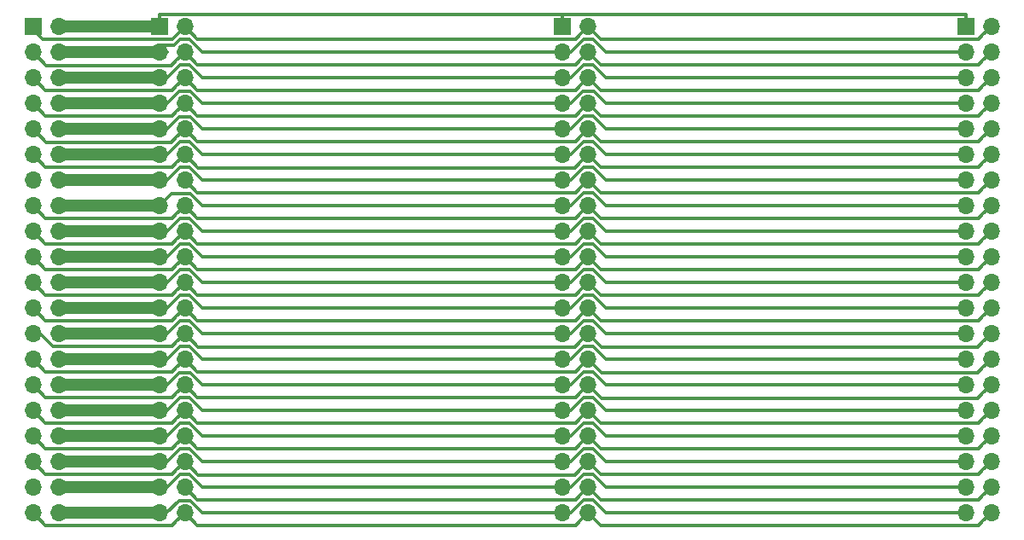
<source format=gbr>
G04 #@! TF.GenerationSoftware,KiCad,Pcbnew,5.1.5+dfsg1-2build2*
G04 #@! TF.CreationDate,2022-01-08T18:27:50+01:00*
G04 #@! TF.ProjectId,open_controler,6f70656e-5f63-46f6-9e74-726f6c65722e,rev?*
G04 #@! TF.SameCoordinates,Original*
G04 #@! TF.FileFunction,Copper,L2,Bot*
G04 #@! TF.FilePolarity,Positive*
%FSLAX46Y46*%
G04 Gerber Fmt 4.6, Leading zero omitted, Abs format (unit mm)*
G04 Created by KiCad (PCBNEW 5.1.5+dfsg1-2build2) date 2022-01-08 18:27:50*
%MOMM*%
%LPD*%
G04 APERTURE LIST*
%ADD10R,1.700000X1.700000*%
%ADD11O,1.700000X1.700000*%
%ADD12C,0.350000*%
%ADD13C,1.200000*%
%ADD14C,0.250000*%
G04 APERTURE END LIST*
D10*
X81762600Y-59131200D03*
D11*
X84302600Y-59131200D03*
X81762600Y-61671200D03*
X84302600Y-61671200D03*
X81762600Y-64211200D03*
X84302600Y-64211200D03*
X81762600Y-66751200D03*
X84302600Y-66751200D03*
X81762600Y-69291200D03*
X84302600Y-69291200D03*
X81762600Y-71831200D03*
X84302600Y-71831200D03*
X81762600Y-74371200D03*
X84302600Y-74371200D03*
X81762600Y-76911200D03*
X84302600Y-76911200D03*
X81762600Y-79451200D03*
X84302600Y-79451200D03*
X81762600Y-81991200D03*
X84302600Y-81991200D03*
X81762600Y-84531200D03*
X84302600Y-84531200D03*
X81762600Y-87071200D03*
X84302600Y-87071200D03*
X81762600Y-89611200D03*
X84302600Y-89611200D03*
X81762600Y-92151200D03*
X84302600Y-92151200D03*
X81762600Y-94691200D03*
X84302600Y-94691200D03*
X81762600Y-97231200D03*
X84302600Y-97231200D03*
X81762600Y-99771200D03*
X84302600Y-99771200D03*
X81762600Y-102311200D03*
X84302600Y-102311200D03*
X81762600Y-104851200D03*
X84302600Y-104851200D03*
X81762600Y-107391200D03*
X84302600Y-107391200D03*
X96824800Y-107391200D03*
X94284800Y-107391200D03*
X96824800Y-104851200D03*
X94284800Y-104851200D03*
X96824800Y-102311200D03*
X94284800Y-102311200D03*
X96824800Y-99771200D03*
X94284800Y-99771200D03*
X96824800Y-97231200D03*
X94284800Y-97231200D03*
X96824800Y-94691200D03*
X94284800Y-94691200D03*
X96824800Y-92151200D03*
X94284800Y-92151200D03*
X96824800Y-89611200D03*
X94284800Y-89611200D03*
X96824800Y-87071200D03*
X94284800Y-87071200D03*
X96824800Y-84531200D03*
X94284800Y-84531200D03*
X96824800Y-81991200D03*
X94284800Y-81991200D03*
X96824800Y-79451200D03*
X94284800Y-79451200D03*
X96824800Y-76911200D03*
X94284800Y-76911200D03*
X96824800Y-74371200D03*
X94284800Y-74371200D03*
X96824800Y-71831200D03*
X94284800Y-71831200D03*
X96824800Y-69291200D03*
X94284800Y-69291200D03*
X96824800Y-66751200D03*
X94284800Y-66751200D03*
X96824800Y-64211200D03*
X94284800Y-64211200D03*
X96824800Y-61671200D03*
X94284800Y-61671200D03*
X96824800Y-59131200D03*
D10*
X94284800Y-59131200D03*
D11*
X136855200Y-107391200D03*
X134315200Y-107391200D03*
X136855200Y-104851200D03*
X134315200Y-104851200D03*
X136855200Y-102311200D03*
X134315200Y-102311200D03*
X136855200Y-99771200D03*
X134315200Y-99771200D03*
X136855200Y-97231200D03*
X134315200Y-97231200D03*
X136855200Y-94691200D03*
X134315200Y-94691200D03*
X136855200Y-92151200D03*
X134315200Y-92151200D03*
X136855200Y-89611200D03*
X134315200Y-89611200D03*
X136855200Y-87071200D03*
X134315200Y-87071200D03*
X136855200Y-84531200D03*
X134315200Y-84531200D03*
X136855200Y-81991200D03*
X134315200Y-81991200D03*
X136855200Y-79451200D03*
X134315200Y-79451200D03*
X136855200Y-76911200D03*
X134315200Y-76911200D03*
X136855200Y-74371200D03*
X134315200Y-74371200D03*
X136855200Y-71831200D03*
X134315200Y-71831200D03*
X136855200Y-69291200D03*
X134315200Y-69291200D03*
X136855200Y-66751200D03*
X134315200Y-66751200D03*
X136855200Y-64211200D03*
X134315200Y-64211200D03*
X136855200Y-61671200D03*
X134315200Y-61671200D03*
X136855200Y-59131200D03*
D10*
X134315200Y-59131200D03*
X174294800Y-59131200D03*
D11*
X176834800Y-59131200D03*
X174294800Y-61671200D03*
X176834800Y-61671200D03*
X174294800Y-64211200D03*
X176834800Y-64211200D03*
X174294800Y-66751200D03*
X176834800Y-66751200D03*
X174294800Y-69291200D03*
X176834800Y-69291200D03*
X174294800Y-71831200D03*
X176834800Y-71831200D03*
X174294800Y-74371200D03*
X176834800Y-74371200D03*
X174294800Y-76911200D03*
X176834800Y-76911200D03*
X174294800Y-79451200D03*
X176834800Y-79451200D03*
X174294800Y-81991200D03*
X176834800Y-81991200D03*
X174294800Y-84531200D03*
X176834800Y-84531200D03*
X174294800Y-87071200D03*
X176834800Y-87071200D03*
X174294800Y-89611200D03*
X176834800Y-89611200D03*
X174294800Y-92151200D03*
X176834800Y-92151200D03*
X174294800Y-94691200D03*
X176834800Y-94691200D03*
X174294800Y-97231200D03*
X176834800Y-97231200D03*
X174294800Y-99771200D03*
X176834800Y-99771200D03*
X174294800Y-102311200D03*
X176834800Y-102311200D03*
X174294800Y-104851200D03*
X176834800Y-104851200D03*
X174294800Y-107391200D03*
X176834800Y-107391200D03*
D12*
X95974801Y-62521199D02*
X96824800Y-61671200D01*
X95509801Y-62986199D02*
X95974801Y-62521199D01*
X83077599Y-62986199D02*
X95509801Y-62986199D01*
X81762600Y-61671200D02*
X83077599Y-62986199D01*
X136005201Y-62521199D02*
X136855200Y-61671200D01*
X135630199Y-62896201D02*
X136005201Y-62521199D01*
X98049801Y-62896201D02*
X135630199Y-62896201D01*
X96824800Y-61671200D02*
X98049801Y-62896201D01*
X175609799Y-62896201D02*
X175984801Y-62521199D01*
X175984801Y-62521199D02*
X176834800Y-61671200D01*
X138080201Y-62896201D02*
X175609799Y-62896201D01*
X136855200Y-61671200D02*
X138080201Y-62896201D01*
X95974801Y-65061199D02*
X96824800Y-64211200D01*
X95599799Y-65436201D02*
X95974801Y-65061199D01*
X82987601Y-65436201D02*
X95599799Y-65436201D01*
X81762600Y-64211200D02*
X82987601Y-65436201D01*
X135630199Y-65436201D02*
X136005201Y-65061199D01*
X98049801Y-65436201D02*
X135630199Y-65436201D01*
X136005201Y-65061199D02*
X136855200Y-64211200D01*
X96824800Y-64211200D02*
X98049801Y-65436201D01*
X175984801Y-65061199D02*
X176834800Y-64211200D01*
X175609799Y-65436201D02*
X175984801Y-65061199D01*
X138080201Y-65436201D02*
X175609799Y-65436201D01*
X136855200Y-64211200D02*
X138080201Y-65436201D01*
X95599799Y-67976201D02*
X95974801Y-67601199D01*
X95974801Y-67601199D02*
X96824800Y-66751200D01*
X82987601Y-67976201D02*
X95599799Y-67976201D01*
X81762600Y-66751200D02*
X82987601Y-67976201D01*
X136005201Y-67601199D02*
X136855200Y-66751200D01*
X135630199Y-67976201D02*
X136005201Y-67601199D01*
X98049801Y-67976201D02*
X135630199Y-67976201D01*
X96824800Y-66751200D02*
X98049801Y-67976201D01*
X175984801Y-67601199D02*
X176834800Y-66751200D01*
X175609799Y-67976201D02*
X175984801Y-67601199D01*
X138080201Y-67976201D02*
X175609799Y-67976201D01*
X136855200Y-66751200D02*
X138080201Y-67976201D01*
D13*
X84302600Y-66751200D02*
X94284800Y-66751200D01*
D12*
X133113119Y-66751200D02*
X134315200Y-66751200D01*
X98586970Y-66751200D02*
X133113119Y-66751200D01*
X97361969Y-65526199D02*
X98586970Y-66751200D01*
X96287633Y-65526199D02*
X97361969Y-65526199D01*
X95062632Y-66751200D02*
X96287633Y-65526199D01*
X94284800Y-66751200D02*
X95062632Y-66751200D01*
X173092719Y-66751200D02*
X174294800Y-66751200D01*
X138617370Y-66751200D02*
X173092719Y-66751200D01*
X137392369Y-65526199D02*
X138617370Y-66751200D01*
X136318033Y-65526199D02*
X137392369Y-65526199D01*
X135093032Y-66751200D02*
X136318033Y-65526199D01*
X134315200Y-66751200D02*
X135093032Y-66751200D01*
D13*
X84302600Y-69291200D02*
X94284800Y-69291200D01*
D12*
X133113119Y-69291200D02*
X134315200Y-69291200D01*
X98586970Y-69291200D02*
X133113119Y-69291200D01*
X96287633Y-68066199D02*
X97361969Y-68066199D01*
X97361969Y-68066199D02*
X98586970Y-69291200D01*
X95062632Y-69291200D02*
X96287633Y-68066199D01*
X94284800Y-69291200D02*
X95062632Y-69291200D01*
X173092719Y-69291200D02*
X174294800Y-69291200D01*
X138617370Y-69291200D02*
X173092719Y-69291200D01*
X137302371Y-67976201D02*
X138617370Y-69291200D01*
X136408031Y-67976201D02*
X137302371Y-67976201D01*
X135093032Y-69291200D02*
X136408031Y-67976201D01*
X134315200Y-69291200D02*
X135093032Y-69291200D01*
X95974801Y-72681199D02*
X96824800Y-71831200D01*
X95599799Y-73056201D02*
X95974801Y-72681199D01*
X82987601Y-73056201D02*
X95599799Y-73056201D01*
X81762600Y-71831200D02*
X82987601Y-73056201D01*
X136005201Y-72681199D02*
X136855200Y-71831200D01*
X135540201Y-73146199D02*
X136005201Y-72681199D01*
X98139799Y-73146199D02*
X135540201Y-73146199D01*
X96824800Y-71831200D02*
X98139799Y-73146199D01*
X175984801Y-72681199D02*
X176834800Y-71831200D01*
X175609799Y-73056201D02*
X175984801Y-72681199D01*
X138080201Y-73056201D02*
X175609799Y-73056201D01*
X136855200Y-71831200D02*
X138080201Y-73056201D01*
D13*
X84302600Y-71831200D02*
X94284800Y-71831200D01*
D12*
X133113119Y-71831200D02*
X134315200Y-71831200D01*
X98586970Y-71831200D02*
X133113119Y-71831200D01*
X97271971Y-70516201D02*
X98586970Y-71831200D01*
X96377631Y-70516201D02*
X97271971Y-70516201D01*
X95062632Y-71831200D02*
X96377631Y-70516201D01*
X94284800Y-71831200D02*
X95062632Y-71831200D01*
X173092719Y-71831200D02*
X174294800Y-71831200D01*
X138617370Y-71831200D02*
X173092719Y-71831200D01*
X137302371Y-70516201D02*
X138617370Y-71831200D01*
X136408031Y-70516201D02*
X137302371Y-70516201D01*
X135093032Y-71831200D02*
X136408031Y-70516201D01*
X134315200Y-71831200D02*
X135093032Y-71831200D01*
X95974801Y-77761199D02*
X96824800Y-76911200D01*
X95599799Y-78136201D02*
X95974801Y-77761199D01*
X82987601Y-78136201D02*
X95599799Y-78136201D01*
X81762600Y-76911200D02*
X82987601Y-78136201D01*
X136005201Y-77761199D02*
X136855200Y-76911200D01*
X135630199Y-78136201D02*
X136005201Y-77761199D01*
X98049801Y-78136201D02*
X135630199Y-78136201D01*
X96824800Y-76911200D02*
X98049801Y-78136201D01*
X175984801Y-77761199D02*
X176834800Y-76911200D01*
X175609799Y-78136201D02*
X175984801Y-77761199D01*
X138080201Y-78136201D02*
X175609799Y-78136201D01*
X136855200Y-76911200D02*
X138080201Y-78136201D01*
D13*
X84302600Y-76911200D02*
X94284800Y-76911200D01*
D12*
X98577400Y-76911200D02*
X134315200Y-76911200D01*
X97361969Y-75695769D02*
X98577400Y-76911200D01*
X97361969Y-75686199D02*
X97361969Y-75695769D01*
X95509801Y-75686199D02*
X97361969Y-75686199D01*
X94284800Y-76911200D02*
X95509801Y-75686199D01*
X173092719Y-76911200D02*
X174294800Y-76911200D01*
X138617370Y-76911200D02*
X173092719Y-76911200D01*
X137302371Y-75596201D02*
X138617370Y-76911200D01*
X136408030Y-75596201D02*
X137302371Y-75596201D01*
X135093031Y-76911200D02*
X136408030Y-75596201D01*
X134315200Y-76911200D02*
X135093031Y-76911200D01*
D13*
X84302600Y-79451200D02*
X94284800Y-79451200D01*
D12*
X133113119Y-79451200D02*
X134315200Y-79451200D01*
X98586970Y-79451200D02*
X133113119Y-79451200D01*
X97271971Y-78136201D02*
X98586970Y-79451200D01*
X96377630Y-78136201D02*
X97271971Y-78136201D01*
X95062631Y-79451200D02*
X96377630Y-78136201D01*
X94284800Y-79451200D02*
X95062631Y-79451200D01*
X173092719Y-79451200D02*
X174294800Y-79451200D01*
X138617370Y-79451200D02*
X173092719Y-79451200D01*
X137302371Y-78136201D02*
X138617370Y-79451200D01*
X136408031Y-78136201D02*
X137302371Y-78136201D01*
X135093032Y-79451200D02*
X136408031Y-78136201D01*
X134315200Y-79451200D02*
X135093032Y-79451200D01*
X95974801Y-82841199D02*
X96824800Y-81991200D01*
X95599799Y-83216201D02*
X95974801Y-82841199D01*
X82987601Y-83216201D02*
X95599799Y-83216201D01*
X81762600Y-81991200D02*
X82987601Y-83216201D01*
X136005201Y-82841199D02*
X136855200Y-81991200D01*
X98049801Y-83216201D02*
X135630199Y-83216201D01*
X135630199Y-83216201D02*
X136005201Y-82841199D01*
X96824800Y-81991200D02*
X98049801Y-83216201D01*
X175984801Y-82841199D02*
X176834800Y-81991200D01*
X175609799Y-83216201D02*
X175984801Y-82841199D01*
X138080201Y-83216201D02*
X175609799Y-83216201D01*
X136855200Y-81991200D02*
X138080201Y-83216201D01*
X95974801Y-85381199D02*
X96824800Y-84531200D01*
X95599799Y-85756201D02*
X95974801Y-85381199D01*
X82987601Y-85756201D02*
X95599799Y-85756201D01*
X81762600Y-84531200D02*
X82987601Y-85756201D01*
X136005201Y-85381199D02*
X136855200Y-84531200D01*
X135630199Y-85756201D02*
X136005201Y-85381199D01*
X98049801Y-85756201D02*
X135630199Y-85756201D01*
X96824800Y-84531200D02*
X98049801Y-85756201D01*
X175984801Y-85381199D02*
X176834800Y-84531200D01*
X175609799Y-85756201D02*
X175984801Y-85381199D01*
X138080201Y-85756201D02*
X175609799Y-85756201D01*
X136855200Y-84531200D02*
X138080201Y-85756201D01*
D13*
X84302600Y-84531200D02*
X94284800Y-84531200D01*
D12*
X133113119Y-84531200D02*
X134315200Y-84531200D01*
X98586970Y-84531200D02*
X133113119Y-84531200D01*
X97271971Y-83216201D02*
X98586970Y-84531200D01*
X96377631Y-83216201D02*
X97271971Y-83216201D01*
X95062632Y-84531200D02*
X96377631Y-83216201D01*
X94284800Y-84531200D02*
X95062632Y-84531200D01*
X138617370Y-84531200D02*
X173092719Y-84531200D01*
X173092719Y-84531200D02*
X174294800Y-84531200D01*
X137302371Y-83216201D02*
X138617370Y-84531200D01*
X136408031Y-83216201D02*
X137302371Y-83216201D01*
X135093032Y-84531200D02*
X136408031Y-83216201D01*
X134315200Y-84531200D02*
X135093032Y-84531200D01*
X95974801Y-87921199D02*
X96824800Y-87071200D01*
X95599799Y-88296201D02*
X95974801Y-87921199D01*
X82987601Y-88296201D02*
X95599799Y-88296201D01*
X81762600Y-87071200D02*
X82987601Y-88296201D01*
X136005201Y-87921199D02*
X136855200Y-87071200D01*
X135630199Y-88296201D02*
X136005201Y-87921199D01*
X98049801Y-88296201D02*
X135630199Y-88296201D01*
X96824800Y-87071200D02*
X98049801Y-88296201D01*
X175984801Y-87921199D02*
X176834800Y-87071200D01*
X175609799Y-88296201D02*
X175984801Y-87921199D01*
X138080201Y-88296201D02*
X175609799Y-88296201D01*
X136855200Y-87071200D02*
X138080201Y-88296201D01*
D13*
X84302600Y-87071200D02*
X94284800Y-87071200D01*
D12*
X133113119Y-87071200D02*
X134315200Y-87071200D01*
X98586970Y-87071200D02*
X133113119Y-87071200D01*
X97271971Y-85756201D02*
X98586970Y-87071200D01*
X96377631Y-85756201D02*
X97271971Y-85756201D01*
X95062632Y-87071200D02*
X96377631Y-85756201D01*
X94284800Y-87071200D02*
X95062632Y-87071200D01*
X173092719Y-87071200D02*
X174294800Y-87071200D01*
X138617370Y-87071200D02*
X173092719Y-87071200D01*
X137302371Y-85756201D02*
X138617370Y-87071200D01*
X136408030Y-85756201D02*
X137302371Y-85756201D01*
X135093031Y-87071200D02*
X136408030Y-85756201D01*
X134315200Y-87071200D02*
X135093031Y-87071200D01*
D13*
X84302600Y-89611200D02*
X94284800Y-89611200D01*
D12*
X133113119Y-89611200D02*
X134315200Y-89611200D01*
X98586970Y-89611200D02*
X133113119Y-89611200D01*
X97271971Y-88296201D02*
X98586970Y-89611200D01*
X96377631Y-88296201D02*
X97271971Y-88296201D01*
X95062632Y-89611200D02*
X96377631Y-88296201D01*
X94284800Y-89611200D02*
X95062632Y-89611200D01*
X173092719Y-89611200D02*
X174294800Y-89611200D01*
X138617369Y-89611200D02*
X173092719Y-89611200D01*
X137302370Y-88296201D02*
X138617369Y-89611200D01*
X136408030Y-88296201D02*
X137302370Y-88296201D01*
X135093031Y-89611200D02*
X136408030Y-88296201D01*
X134315200Y-89611200D02*
X135093031Y-89611200D01*
X95974801Y-93001199D02*
X96824800Y-92151200D01*
X95599799Y-93376201D02*
X95974801Y-93001199D01*
X82987601Y-93376201D02*
X95599799Y-93376201D01*
X81762600Y-92151200D02*
X82987601Y-93376201D01*
X136005201Y-93001199D02*
X136855200Y-92151200D01*
X98049801Y-93376201D02*
X135630199Y-93376201D01*
X135630199Y-93376201D02*
X136005201Y-93001199D01*
X96824800Y-92151200D02*
X98049801Y-93376201D01*
X175984801Y-93001199D02*
X176834800Y-92151200D01*
X138170199Y-93466199D02*
X175519801Y-93466199D01*
X175519801Y-93466199D02*
X175984801Y-93001199D01*
X136855200Y-92151200D02*
X138170199Y-93466199D01*
D13*
X84302600Y-92151200D02*
X94284800Y-92151200D01*
D12*
X133113119Y-92151200D02*
X134315200Y-92151200D01*
X97271971Y-90836201D02*
X98586970Y-92151200D01*
X96377629Y-90836201D02*
X97271971Y-90836201D01*
X98586970Y-92151200D02*
X133113119Y-92151200D01*
X95062630Y-92151200D02*
X96377629Y-90836201D01*
X94284800Y-92151200D02*
X95062630Y-92151200D01*
X173092719Y-92151200D02*
X174294800Y-92151200D01*
X138617370Y-92151200D02*
X173092719Y-92151200D01*
X137302371Y-90836201D02*
X138617370Y-92151200D01*
X136408031Y-90836201D02*
X137302371Y-90836201D01*
X135093032Y-92151200D02*
X136408031Y-90836201D01*
X134315200Y-92151200D02*
X135093032Y-92151200D01*
X95974801Y-95541199D02*
X96824800Y-94691200D01*
X95599799Y-95916201D02*
X95974801Y-95541199D01*
X82987601Y-95916201D02*
X95599799Y-95916201D01*
X81762600Y-94691200D02*
X82987601Y-95916201D01*
X136005201Y-95541199D02*
X136855200Y-94691200D01*
X135630199Y-95916201D02*
X136005201Y-95541199D01*
X98049801Y-95916201D02*
X135630199Y-95916201D01*
X96824800Y-94691200D02*
X98049801Y-95916201D01*
X175984801Y-95541199D02*
X176834800Y-94691200D01*
X175519801Y-96006199D02*
X175984801Y-95541199D01*
X138170199Y-96006199D02*
X175519801Y-96006199D01*
X136855200Y-94691200D02*
X138170199Y-96006199D01*
X95599799Y-98456201D02*
X95974801Y-98081199D01*
X95974801Y-98081199D02*
X96824800Y-97231200D01*
X82987601Y-98456201D02*
X95599799Y-98456201D01*
X81762600Y-97231200D02*
X82987601Y-98456201D01*
X136005201Y-98081199D02*
X136855200Y-97231200D01*
X135630199Y-98456201D02*
X136005201Y-98081199D01*
X98049801Y-98456201D02*
X135630199Y-98456201D01*
X96824800Y-97231200D02*
X98049801Y-98456201D01*
X175984801Y-98081199D02*
X176834800Y-97231200D01*
X175609799Y-98456201D02*
X175984801Y-98081199D01*
X138080201Y-98456201D02*
X175609799Y-98456201D01*
X136855200Y-97231200D02*
X138080201Y-98456201D01*
D13*
X84302600Y-97231200D02*
X94284800Y-97231200D01*
D12*
X133113119Y-97231200D02*
X134315200Y-97231200D01*
X98586970Y-97231200D02*
X133113119Y-97231200D01*
X97271971Y-95916201D02*
X98586970Y-97231200D01*
X95062632Y-97231200D02*
X96377631Y-95916201D01*
X96377631Y-95916201D02*
X97271971Y-95916201D01*
X94284800Y-97231200D02*
X95062632Y-97231200D01*
X173092719Y-97231200D02*
X174294800Y-97231200D01*
X138617370Y-97231200D02*
X173092719Y-97231200D01*
X137302371Y-95916201D02*
X138617370Y-97231200D01*
X136408031Y-95916201D02*
X137302371Y-95916201D01*
X135093032Y-97231200D02*
X136408031Y-95916201D01*
X134315200Y-97231200D02*
X135093032Y-97231200D01*
X95974801Y-100621199D02*
X96824800Y-99771200D01*
X95599799Y-100996201D02*
X95974801Y-100621199D01*
X82987601Y-100996201D02*
X95599799Y-100996201D01*
X81762600Y-99771200D02*
X82987601Y-100996201D01*
X136005201Y-100621199D02*
X136855200Y-99771200D01*
X135630199Y-100996201D02*
X136005201Y-100621199D01*
X98049801Y-100996201D02*
X135630199Y-100996201D01*
X96824800Y-99771200D02*
X98049801Y-100996201D01*
X175984801Y-100621199D02*
X176834800Y-99771200D01*
X175609799Y-100996201D02*
X175984801Y-100621199D01*
X138080201Y-100996201D02*
X175609799Y-100996201D01*
X136855200Y-99771200D02*
X138080201Y-100996201D01*
X95974801Y-103161199D02*
X96824800Y-102311200D01*
X95599799Y-103536201D02*
X95974801Y-103161199D01*
X82987601Y-103536201D02*
X95599799Y-103536201D01*
X81762600Y-102311200D02*
X82987601Y-103536201D01*
X136005201Y-103161199D02*
X136855200Y-102311200D01*
X135540201Y-103626199D02*
X136005201Y-103161199D01*
X98139799Y-103626199D02*
X135540201Y-103626199D01*
X96824800Y-102311200D02*
X98139799Y-103626199D01*
X175984801Y-103161199D02*
X176834800Y-102311200D01*
X175609799Y-103536201D02*
X175984801Y-103161199D01*
X138080201Y-103536201D02*
X175609799Y-103536201D01*
X136855200Y-102311200D02*
X138080201Y-103536201D01*
D13*
X84302600Y-102311200D02*
X94284800Y-102311200D01*
D12*
X133113119Y-102311200D02*
X134315200Y-102311200D01*
X98586970Y-102311200D02*
X133113119Y-102311200D01*
X97271971Y-100996201D02*
X98586970Y-102311200D01*
X96377631Y-100996201D02*
X97271971Y-100996201D01*
X95062632Y-102311200D02*
X96377631Y-100996201D01*
X94284800Y-102311200D02*
X95062632Y-102311200D01*
X173092719Y-102311200D02*
X174294800Y-102311200D01*
X137302371Y-100996201D02*
X138617370Y-102311200D01*
X136408030Y-100996201D02*
X137302371Y-100996201D01*
X138617370Y-102311200D02*
X173092719Y-102311200D01*
X135093031Y-102311200D02*
X136408030Y-100996201D01*
X134315200Y-102311200D02*
X135093031Y-102311200D01*
D13*
X84302600Y-104851200D02*
X94284800Y-104851200D01*
D12*
X98586970Y-104851200D02*
X133113119Y-104851200D01*
X97271971Y-103536201D02*
X98586970Y-104851200D01*
X96377631Y-103536201D02*
X97271971Y-103536201D01*
X95062632Y-104851200D02*
X96377631Y-103536201D01*
X133113119Y-104851200D02*
X134315200Y-104851200D01*
X94284800Y-104851200D02*
X95062632Y-104851200D01*
X138617370Y-104851200D02*
X173092719Y-104851200D01*
X173092719Y-104851200D02*
X174294800Y-104851200D01*
X137302371Y-103536201D02*
X138617370Y-104851200D01*
X136408031Y-103536201D02*
X137302371Y-103536201D01*
X135093032Y-104851200D02*
X136408031Y-103536201D01*
X134315200Y-104851200D02*
X135093032Y-104851200D01*
D13*
X84302600Y-107391200D02*
X94284800Y-107391200D01*
D12*
X133113119Y-107391200D02*
X134315200Y-107391200D01*
X98586970Y-107391200D02*
X133113119Y-107391200D01*
X96236799Y-106166199D02*
X97361969Y-106166199D01*
X97361969Y-106166199D02*
X98586970Y-107391200D01*
X95011798Y-107391200D02*
X96236799Y-106166199D01*
X94284800Y-107391200D02*
X95011798Y-107391200D01*
X138617369Y-107391200D02*
X173092719Y-107391200D01*
X137302370Y-106076201D02*
X138617369Y-107391200D01*
X136408029Y-106076201D02*
X137302370Y-106076201D01*
X135093033Y-107391200D02*
X136408029Y-106076201D01*
X173092719Y-107391200D02*
X174294800Y-107391200D01*
X134315200Y-107391200D02*
X135093033Y-107391200D01*
X135630199Y-106076201D02*
X136005201Y-105701199D01*
X136005201Y-105701199D02*
X136855200Y-104851200D01*
X98049801Y-106076201D02*
X135630199Y-106076201D01*
X96824800Y-104851200D02*
X98049801Y-106076201D01*
X175984801Y-105701199D02*
X176834800Y-104851200D01*
X175609799Y-106076201D02*
X175984801Y-105701199D01*
X138080201Y-106076201D02*
X175609799Y-106076201D01*
X136855200Y-104851200D02*
X138080201Y-106076201D01*
X136005201Y-75221199D02*
X136855200Y-74371200D01*
X135630199Y-75596201D02*
X136005201Y-75221199D01*
X98049801Y-75596201D02*
X135630199Y-75596201D01*
X96824800Y-74371200D02*
X98049801Y-75596201D01*
X175984801Y-75221199D02*
X176834800Y-74371200D01*
X175609799Y-75596201D02*
X175984801Y-75221199D01*
X138080201Y-75596201D02*
X175609799Y-75596201D01*
X136855200Y-74371200D02*
X138080201Y-75596201D01*
D14*
X81762600Y-59131200D02*
X81788000Y-59131200D01*
D12*
X81762600Y-59131200D02*
X81762600Y-59410600D01*
X81762600Y-59410600D02*
X82753200Y-60401200D01*
X95554800Y-60401200D02*
X96824800Y-59131200D01*
X82753200Y-60401200D02*
X95554800Y-60401200D01*
X136005201Y-59981199D02*
X136855200Y-59131200D01*
X135630199Y-60356201D02*
X136005201Y-59981199D01*
X98049801Y-60356201D02*
X135630199Y-60356201D01*
X96824800Y-59131200D02*
X98049801Y-60356201D01*
X175609799Y-60356201D02*
X175984801Y-59981199D01*
X175984801Y-59981199D02*
X176834800Y-59131200D01*
X138080201Y-60356201D02*
X175609799Y-60356201D01*
X136855200Y-59131200D02*
X138080201Y-60356201D01*
X95974801Y-80301199D02*
X96824800Y-79451200D01*
X95599799Y-80676201D02*
X95974801Y-80301199D01*
X82987601Y-80676201D02*
X95599799Y-80676201D01*
X81762600Y-79451200D02*
X82987601Y-80676201D01*
X136005201Y-80301199D02*
X136855200Y-79451200D01*
X135630199Y-80676201D02*
X136005201Y-80301199D01*
X98049801Y-80676201D02*
X135630199Y-80676201D01*
X96824800Y-79451200D02*
X98049801Y-80676201D01*
X175984801Y-80301199D02*
X176834800Y-79451200D01*
X175609799Y-80676201D02*
X175984801Y-80301199D01*
X138080201Y-80676201D02*
X175609799Y-80676201D01*
X136855200Y-79451200D02*
X138080201Y-80676201D01*
D13*
X84302600Y-59131200D02*
X94284800Y-59131200D01*
D12*
X134290199Y-57906199D02*
X134315200Y-57931200D01*
X94309801Y-57906199D02*
X134290199Y-57906199D01*
X94284800Y-57931200D02*
X94309801Y-57906199D01*
X94284800Y-59131200D02*
X94284800Y-57931200D01*
X174294800Y-57931200D02*
X174294800Y-59131200D01*
X174269799Y-57906199D02*
X174294800Y-57931200D01*
X134340201Y-57906199D02*
X174269799Y-57906199D01*
X134315200Y-57931200D02*
X134340201Y-57906199D01*
X134315200Y-59131200D02*
X134315200Y-57931200D01*
D13*
X84302600Y-61671200D02*
X94284800Y-61671200D01*
D12*
X94284800Y-61671200D02*
X95062631Y-61671200D01*
X133113119Y-61671200D02*
X134315200Y-61671200D01*
X97271971Y-60356201D02*
X98586970Y-61671200D01*
X96377630Y-60356201D02*
X97271971Y-60356201D01*
X95782621Y-60951210D02*
X96377630Y-60356201D01*
X98586970Y-61671200D02*
X133113119Y-61671200D01*
X94445990Y-60951210D02*
X95782621Y-60951210D01*
X94284800Y-61112400D02*
X94445990Y-60951210D01*
X94284800Y-61671200D02*
X94284800Y-61112400D01*
X173092719Y-61671200D02*
X174294800Y-61671200D01*
X138617370Y-61671200D02*
X173092719Y-61671200D01*
X137302371Y-60356201D02*
X138617370Y-61671200D01*
X136408030Y-60356201D02*
X137302371Y-60356201D01*
X135093031Y-61671200D02*
X136408030Y-60356201D01*
X134315200Y-61671200D02*
X135093031Y-61671200D01*
D13*
X84302600Y-64211200D02*
X94284800Y-64211200D01*
D12*
X133113119Y-64211200D02*
X134315200Y-64211200D01*
X97271971Y-62896201D02*
X98586970Y-64211200D01*
X98586970Y-64211200D02*
X133113119Y-64211200D01*
X96377630Y-62896201D02*
X97271971Y-62896201D01*
X95062631Y-64211200D02*
X96377630Y-62896201D01*
X94284800Y-64211200D02*
X95062631Y-64211200D01*
X173092719Y-64211200D02*
X174294800Y-64211200D01*
X138617370Y-64211200D02*
X173092719Y-64211200D01*
X136408031Y-62896201D02*
X137302371Y-62896201D01*
X135093031Y-64211200D02*
X136408031Y-62896201D01*
X137302371Y-62896201D02*
X138617370Y-64211200D01*
X134315200Y-64211200D02*
X135093031Y-64211200D01*
X95974801Y-70141199D02*
X96824800Y-69291200D01*
X95509801Y-70606199D02*
X95974801Y-70141199D01*
X83077599Y-70606199D02*
X95509801Y-70606199D01*
X81762600Y-69291200D02*
X83077599Y-70606199D01*
X98049801Y-70516201D02*
X135630199Y-70516201D01*
X136005201Y-70141199D02*
X136855200Y-69291200D01*
X135630199Y-70516201D02*
X136005201Y-70141199D01*
X96824800Y-69291200D02*
X98049801Y-70516201D01*
X175984801Y-70141199D02*
X176834800Y-69291200D01*
X175609799Y-70516201D02*
X175984801Y-70141199D01*
X138080201Y-70516201D02*
X175609799Y-70516201D01*
X136855200Y-69291200D02*
X138080201Y-70516201D01*
D13*
X84302600Y-74371200D02*
X94284800Y-74371200D01*
D12*
X133113119Y-74371200D02*
X134315200Y-74371200D01*
X98586970Y-74371200D02*
X133113119Y-74371200D01*
X97271971Y-73056201D02*
X98586970Y-74371200D01*
X96377629Y-73056201D02*
X97271971Y-73056201D01*
X95062630Y-74371200D02*
X96377629Y-73056201D01*
X94284800Y-74371200D02*
X95062630Y-74371200D01*
X173092719Y-74371200D02*
X174294800Y-74371200D01*
X137302371Y-73056201D02*
X138617370Y-74371200D01*
X136408031Y-73056201D02*
X137302371Y-73056201D01*
X135093032Y-74371200D02*
X136408031Y-73056201D01*
X138617370Y-74371200D02*
X173092719Y-74371200D01*
X134315200Y-74371200D02*
X135093032Y-74371200D01*
D13*
X84302600Y-81991200D02*
X94284800Y-81991200D01*
D12*
X133113119Y-81991200D02*
X134315200Y-81991200D01*
X98586970Y-81991200D02*
X133113119Y-81991200D01*
X97271971Y-80676201D02*
X98586970Y-81991200D01*
X96377631Y-80676201D02*
X97271971Y-80676201D01*
X95062632Y-81991200D02*
X96377631Y-80676201D01*
X94284800Y-81991200D02*
X95062632Y-81991200D01*
X134315200Y-81991200D02*
X135042198Y-81991200D01*
X135042198Y-81991200D02*
X135093031Y-81991200D01*
X173092719Y-81991200D02*
X174294800Y-81991200D01*
X137302371Y-80676201D02*
X138617370Y-81991200D01*
X136408031Y-80676201D02*
X137302371Y-80676201D01*
X138617370Y-81991200D02*
X173092719Y-81991200D01*
X135093032Y-81991200D02*
X136408031Y-80676201D01*
X134315200Y-81991200D02*
X135093032Y-81991200D01*
X95974801Y-90461199D02*
X96824800Y-89611200D01*
X95554800Y-90881200D02*
X95974801Y-90461199D01*
X83759598Y-90881200D02*
X95554800Y-90881200D01*
X82489598Y-89611200D02*
X83759598Y-90881200D01*
X81762600Y-89611200D02*
X82489598Y-89611200D01*
X136005201Y-90461199D02*
X136855200Y-89611200D01*
X135540201Y-90926199D02*
X136005201Y-90461199D01*
X98139799Y-90926199D02*
X135540201Y-90926199D01*
X96824800Y-89611200D02*
X98139799Y-90926199D01*
X175984801Y-90461199D02*
X176834800Y-89611200D01*
X175519801Y-90926199D02*
X175984801Y-90461199D01*
X138170199Y-90926199D02*
X175519801Y-90926199D01*
X136855200Y-89611200D02*
X138170199Y-90926199D01*
D13*
X84302600Y-94691200D02*
X94284800Y-94691200D01*
D12*
X98586970Y-94691200D02*
X133113119Y-94691200D01*
X97361969Y-93466199D02*
X98586970Y-94691200D01*
X133113119Y-94691200D02*
X134315200Y-94691200D01*
X96287633Y-93466199D02*
X97361969Y-93466199D01*
X95062632Y-94691200D02*
X96287633Y-93466199D01*
X94284800Y-94691200D02*
X95062632Y-94691200D01*
X173092719Y-94691200D02*
X174294800Y-94691200D01*
X138617370Y-94691200D02*
X173092719Y-94691200D01*
X137302371Y-93376201D02*
X138617370Y-94691200D01*
X136408031Y-93376201D02*
X137302371Y-93376201D01*
X135093032Y-94691200D02*
X136408031Y-93376201D01*
X134315200Y-94691200D02*
X135093032Y-94691200D01*
D13*
X84302600Y-99771200D02*
X94284800Y-99771200D01*
D12*
X133113119Y-99771200D02*
X134315200Y-99771200D01*
X98586970Y-99771200D02*
X133113119Y-99771200D01*
X96377631Y-98456201D02*
X97271971Y-98456201D01*
X97271971Y-98456201D02*
X98586970Y-99771200D01*
X95062632Y-99771200D02*
X96377631Y-98456201D01*
X94284800Y-99771200D02*
X95062632Y-99771200D01*
X173092719Y-99771200D02*
X174294800Y-99771200D01*
X138617370Y-99771200D02*
X173092719Y-99771200D01*
X136408030Y-98456201D02*
X137302371Y-98456201D01*
X135093031Y-99771200D02*
X136408030Y-98456201D01*
X137302371Y-98456201D02*
X138617370Y-99771200D01*
X134315200Y-99771200D02*
X135093031Y-99771200D01*
X95974801Y-108241199D02*
X96824800Y-107391200D01*
X95599799Y-108616201D02*
X95974801Y-108241199D01*
X82987601Y-108616201D02*
X95599799Y-108616201D01*
X81762600Y-107391200D02*
X82987601Y-108616201D01*
X136005201Y-108241199D02*
X136855200Y-107391200D01*
X135630199Y-108616201D02*
X136005201Y-108241199D01*
X98049801Y-108616201D02*
X135630199Y-108616201D01*
X96824800Y-107391200D02*
X98049801Y-108616201D01*
X175984801Y-108241199D02*
X176834800Y-107391200D01*
X175609799Y-108616201D02*
X175984801Y-108241199D01*
X138080201Y-108616201D02*
X175609799Y-108616201D01*
X136855200Y-107391200D02*
X138080201Y-108616201D01*
M02*

</source>
